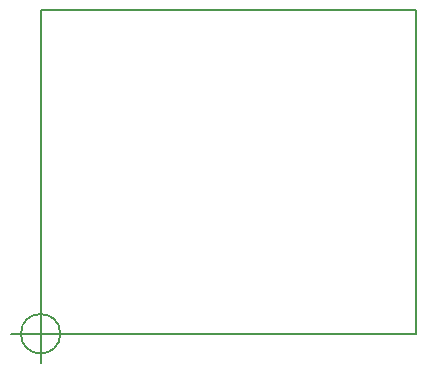
<source format=gm1>
G04 #@! TF.GenerationSoftware,KiCad,Pcbnew,5.0.2+dfsg1-1*
G04 #@! TF.CreationDate,2019-11-26T12:32:40+03:00*
G04 #@! TF.ProjectId,clmt,636c6d74-2e6b-4696-9361-645f70636258,rev?*
G04 #@! TF.SameCoordinates,Original*
G04 #@! TF.FileFunction,Profile,NP*
%FSLAX46Y46*%
G04 Gerber Fmt 4.6, Leading zero omitted, Abs format (unit mm)*
G04 Created by KiCad (PCBNEW 5.0.2+dfsg1-1) date Вт 26 ноя 2019 12:32:40*
%MOMM*%
%LPD*%
G01*
G04 APERTURE LIST*
%ADD10C,0.150000*%
G04 APERTURE END LIST*
D10*
X109616666Y-62738000D02*
G75*
G03X109616666Y-62738000I-1666666J0D01*
G01*
X105450000Y-62738000D02*
X110450000Y-62738000D01*
X107950000Y-60238000D02*
X107950000Y-65238000D01*
X139700000Y-35306000D02*
X107950000Y-35306000D01*
X139700000Y-62738000D02*
X139700000Y-35306000D01*
X107950000Y-62738000D02*
X139700000Y-62738000D01*
X107950000Y-35306000D02*
X107950000Y-62738000D01*
M02*

</source>
